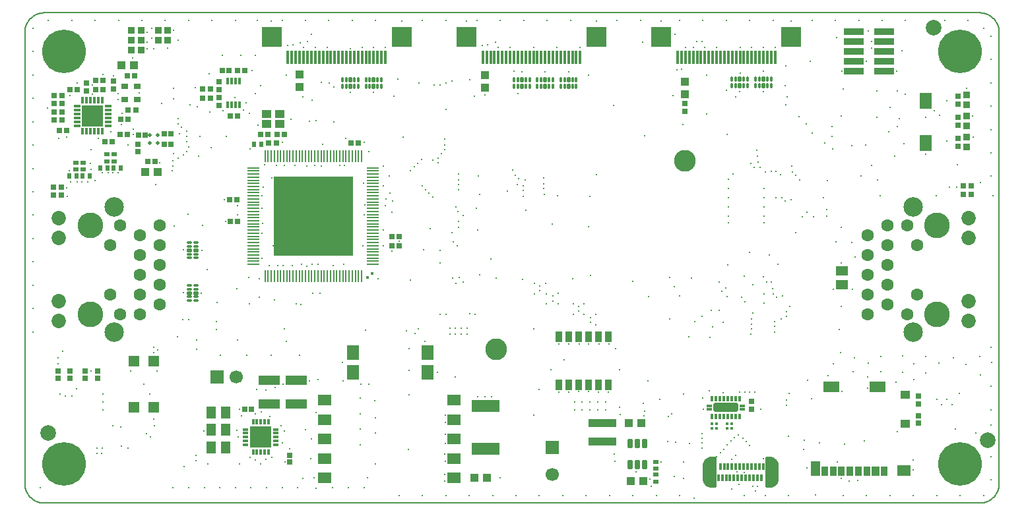
<source format=gts>
G04*
G04 #@! TF.GenerationSoftware,Altium Limited,Altium Designer,21.2.2 (38)*
G04*
G04 Layer_Color=8388736*
%FSLAX44Y44*%
%MOMM*%
G71*
G04*
G04 #@! TF.SameCoordinates,2EB6EAD6-5C33-48E4-AA2B-E0AFE4ABDD4A*
G04*
G04*
G04 #@! TF.FilePolarity,Negative*
G04*
G01*
G75*
%ADD18C,0.1500*%
G04:AMPARAMS|DCode=24|XSize=0.2mm|YSize=1.54mm|CornerRadius=0.1mm|HoleSize=0mm|Usage=FLASHONLY|Rotation=0.000|XOffset=0mm|YOffset=0mm|HoleType=Round|Shape=RoundedRectangle|*
%AMROUNDEDRECTD24*
21,1,0.2000,1.3400,0,0,0.0*
21,1,0.0000,1.5400,0,0,0.0*
1,1,0.2000,0.0000,-0.6700*
1,1,0.2000,0.0000,-0.6700*
1,1,0.2000,0.0000,0.6700*
1,1,0.2000,0.0000,0.6700*
%
%ADD24ROUNDEDRECTD24*%
G04:AMPARAMS|DCode=25|XSize=1.54mm|YSize=0.2mm|CornerRadius=0.1mm|HoleSize=0mm|Usage=FLASHONLY|Rotation=0.000|XOffset=0mm|YOffset=0mm|HoleType=Round|Shape=RoundedRectangle|*
%AMROUNDEDRECTD25*
21,1,1.5400,0.0000,0,0,0.0*
21,1,1.3400,0.2000,0,0,0.0*
1,1,0.2000,0.6700,0.0000*
1,1,0.2000,-0.6700,0.0000*
1,1,0.2000,-0.6700,0.0000*
1,1,0.2000,0.6700,0.0000*
%
%ADD25ROUNDEDRECTD25*%
%ADD26R,1.5400X0.2000*%
%ADD73R,0.7516X0.6516*%
%ADD74R,10.1500X10.1500*%
%ADD75R,0.4016X1.7016*%
%ADD76R,2.5016X2.5016*%
%ADD77R,2.5016X2.5016*%
%ADD78R,3.6616X1.5016*%
%ADD79R,1.6516X1.3716*%
%ADD80R,1.6216X1.8816*%
%ADD81R,1.0216X1.0816*%
%ADD82R,0.9516X0.7516*%
%ADD83R,0.9000X0.4000*%
%ADD84R,0.4000X0.9000*%
%ADD85R,2.8000X2.8000*%
G04:AMPARAMS|DCode=86|XSize=0.39mm|YSize=0.74mm|CornerRadius=0.095mm|HoleSize=0mm|Usage=FLASHONLY|Rotation=0.000|XOffset=0mm|YOffset=0mm|HoleType=Round|Shape=RoundedRectangle|*
%AMROUNDEDRECTD86*
21,1,0.3900,0.5500,0,0,0.0*
21,1,0.2000,0.7400,0,0,0.0*
1,1,0.1900,0.1000,-0.2750*
1,1,0.1900,-0.1000,-0.2750*
1,1,0.1900,-0.1000,0.2750*
1,1,0.1900,0.1000,0.2750*
%
%ADD86ROUNDEDRECTD86*%
G04:AMPARAMS|DCode=87|XSize=0.39mm|YSize=0.74mm|CornerRadius=0.095mm|HoleSize=0mm|Usage=FLASHONLY|Rotation=270.000|XOffset=0mm|YOffset=0mm|HoleType=Round|Shape=RoundedRectangle|*
%AMROUNDEDRECTD87*
21,1,0.3900,0.5500,0,0,270.0*
21,1,0.2000,0.7400,0,0,270.0*
1,1,0.1900,-0.2750,-0.1000*
1,1,0.1900,-0.2750,0.1000*
1,1,0.1900,0.2750,0.1000*
1,1,0.1900,0.2750,-0.1000*
%
%ADD87ROUNDEDRECTD87*%
G04:AMPARAMS|DCode=88|XSize=1.14mm|YSize=3.14mm|CornerRadius=0.12mm|HoleSize=0mm|Usage=FLASHONLY|Rotation=270.000|XOffset=0mm|YOffset=0mm|HoleType=Round|Shape=RoundedRectangle|*
%AMROUNDEDRECTD88*
21,1,1.1400,2.9000,0,0,270.0*
21,1,0.9000,3.1400,0,0,270.0*
1,1,0.2400,-1.4500,-0.4500*
1,1,0.2400,-1.4500,0.4500*
1,1,0.2400,1.4500,0.4500*
1,1,0.2400,1.4500,-0.4500*
%
%ADD88ROUNDEDRECTD88*%
%ADD89R,2.5016X0.8616*%
%ADD90R,0.8516X1.2016*%
%ADD91R,0.9516X1.2016*%
%ADD92R,0.9766X1.2016*%
%ADD93R,1.3016X1.1016*%
%ADD94R,1.2716X1.9016*%
%ADD95R,1.6516X1.4516*%
%ADD96R,2.0016X1.4516*%
%ADD97R,0.8616X1.3516*%
%ADD98R,1.6016X2.1016*%
G04:AMPARAMS|DCode=99|XSize=0.34mm|YSize=0.705mm|CornerRadius=0.12mm|HoleSize=0mm|Usage=FLASHONLY|Rotation=270.000|XOffset=0mm|YOffset=0mm|HoleType=Round|Shape=RoundedRectangle|*
%AMROUNDEDRECTD99*
21,1,0.3400,0.4650,0,0,270.0*
21,1,0.1000,0.7050,0,0,270.0*
1,1,0.2400,-0.2325,-0.0500*
1,1,0.2400,-0.2325,0.0500*
1,1,0.2400,0.2325,0.0500*
1,1,0.2400,0.2325,-0.0500*
%
%ADD99ROUNDEDRECTD99*%
G04:AMPARAMS|DCode=100|XSize=0.54mm|YSize=0.705mm|CornerRadius=0.12mm|HoleSize=0mm|Usage=FLASHONLY|Rotation=270.000|XOffset=0mm|YOffset=0mm|HoleType=Round|Shape=RoundedRectangle|*
%AMROUNDEDRECTD100*
21,1,0.5400,0.4650,0,0,270.0*
21,1,0.3000,0.7050,0,0,270.0*
1,1,0.2400,-0.2325,-0.1500*
1,1,0.2400,-0.2325,0.1500*
1,1,0.2400,0.2325,0.1500*
1,1,0.2400,0.2325,-0.1500*
%
%ADD100ROUNDEDRECTD100*%
%ADD101R,1.1516X1.5016*%
%ADD102R,2.8016X1.2516*%
%ADD103R,2.7016X2.7016*%
%ADD104R,0.8016X0.3516*%
%ADD105R,0.3516X0.8016*%
%ADD106R,0.9016X0.9016*%
%ADD107R,0.4016X0.8516*%
%ADD108R,0.5516X0.6516*%
%ADD109R,1.5516X1.2516*%
%ADD110R,0.7216X0.7216*%
%ADD111R,1.1016X1.0016*%
%ADD112R,0.6516X0.7516*%
%ADD113R,1.3400X1.3400*%
%ADD114R,0.7216X0.7216*%
G04:AMPARAMS|DCode=115|XSize=0.54mm|YSize=0.705mm|CornerRadius=0.12mm|HoleSize=0mm|Usage=FLASHONLY|Rotation=180.000|XOffset=0mm|YOffset=0mm|HoleType=Round|Shape=RoundedRectangle|*
%AMROUNDEDRECTD115*
21,1,0.5400,0.4650,0,0,180.0*
21,1,0.3000,0.7050,0,0,180.0*
1,1,0.2400,-0.1500,0.2325*
1,1,0.2400,0.1500,0.2325*
1,1,0.2400,0.1500,-0.2325*
1,1,0.2400,-0.1500,-0.2325*
%
%ADD115ROUNDEDRECTD115*%
%ADD116R,1.0016X1.1016*%
G04:AMPARAMS|DCode=117|XSize=0.7016mm|YSize=1.1016mm|CornerRadius=0.1018mm|HoleSize=0mm|Usage=FLASHONLY|Rotation=0.000|XOffset=0mm|YOffset=0mm|HoleType=Round|Shape=RoundedRectangle|*
%AMROUNDEDRECTD117*
21,1,0.7016,0.8980,0,0,0.0*
21,1,0.4980,1.1016,0,0,0.0*
1,1,0.2036,0.2490,-0.4490*
1,1,0.2036,-0.2490,-0.4490*
1,1,0.2036,-0.2490,0.4490*
1,1,0.2036,0.2490,0.4490*
%
%ADD117ROUNDEDRECTD117*%
%ADD118R,0.6516X0.5516*%
G04:AMPARAMS|DCode=119|XSize=0.34mm|YSize=0.705mm|CornerRadius=0.12mm|HoleSize=0mm|Usage=FLASHONLY|Rotation=180.000|XOffset=0mm|YOffset=0mm|HoleType=Round|Shape=RoundedRectangle|*
%AMROUNDEDRECTD119*
21,1,0.3400,0.4650,0,0,180.0*
21,1,0.1000,0.7050,0,0,180.0*
1,1,0.2400,-0.0500,0.2325*
1,1,0.2400,0.0500,0.2325*
1,1,0.2400,0.0500,-0.2325*
1,1,0.2400,-0.0500,-0.2325*
%
%ADD119ROUNDEDRECTD119*%
%ADD120R,0.9016X0.9016*%
%ADD121R,0.4216X0.4616*%
%ADD122R,3.5400X1.1200*%
%ADD123C,2.0000*%
%ADD124C,1.7000*%
%ADD125R,1.7000X1.7000*%
%ADD126C,5.6016*%
%ADD127C,2.8000*%
%ADD128O,1.1016X0.8016*%
G04:AMPARAMS|DCode=129|XSize=1.7016mm|YSize=1.0016mm|CornerRadius=0mm|HoleSize=0mm|Usage=FLASHONLY|Rotation=225.000|XOffset=0mm|YOffset=0mm|HoleType=Round|Shape=Round|*
%AMOVALD129*
21,1,0.7000,1.0016,0.0000,0.0000,225.0*
1,1,1.0016,0.2475,0.2475*
1,1,1.0016,-0.2475,-0.2475*
%
%ADD129OVALD129*%

G04:AMPARAMS|DCode=130|XSize=1.7016mm|YSize=1.0016mm|CornerRadius=0mm|HoleSize=0mm|Usage=FLASHONLY|Rotation=135.000|XOffset=0mm|YOffset=0mm|HoleType=Round|Shape=Round|*
%AMOVALD130*
21,1,0.7000,1.0016,0.0000,0.0000,135.0*
1,1,1.0016,0.2475,-0.2475*
1,1,1.0016,-0.2475,0.2475*
%
%ADD130OVALD130*%

%ADD131R,1.7000X1.7000*%
%ADD132C,3.3016*%
%ADD133C,1.8516*%
%ADD134C,1.6016*%
%ADD135C,2.5016*%
%ADD136C,0.3080*%
%ADD137C,0.5080*%
%ADD138C,0.4000*%
G36*
X880174Y20020D02*
X879600Y20065D01*
X879029Y20140D01*
X878463Y20245D01*
X877903Y20380D01*
X877351Y20543D01*
X876808Y20735D01*
X876276Y20956D01*
X875756Y21204D01*
X875250Y21479D01*
X874759Y21779D01*
X874284Y22106D01*
X873827Y22456D01*
X873390Y22830D01*
X872972Y23227D01*
X872575Y23644D01*
X872201Y24082D01*
X871851Y24539D01*
X871525Y25014D01*
X871224Y25505D01*
X870949Y26011D01*
X870701Y26531D01*
X870481Y27063D01*
X870288Y27606D01*
X870125Y28158D01*
X869990Y28718D01*
X869885Y29284D01*
X869810Y29855D01*
X869765Y30429D01*
X869750Y31005D01*
Y48505D01*
X869765Y49081D01*
X869810Y49655D01*
X869885Y50226D01*
X869990Y50792D01*
X870125Y51352D01*
X870288Y51904D01*
X870481Y52447D01*
X870701Y52979D01*
X870949Y53499D01*
X871224Y54005D01*
X871525Y54496D01*
X871851Y54970D01*
X872201Y55427D01*
X872575Y55865D01*
X872972Y56283D01*
X873390Y56680D01*
X873827Y57053D01*
X874284Y57404D01*
X874759Y57730D01*
X875250Y58031D01*
X875756Y58306D01*
X876276Y58554D01*
X876808Y58774D01*
X877351Y58966D01*
X877903Y59130D01*
X878463Y59264D01*
X879029Y59370D01*
X879600Y59445D01*
X880174Y59490D01*
X880750Y59505D01*
X885250D01*
X885355Y59502D01*
X885459Y59494D01*
X885563Y59480D01*
X885666Y59461D01*
X885768Y59437D01*
X885868Y59407D01*
X885967Y59372D01*
X886063Y59332D01*
X886158Y59287D01*
X886250Y59237D01*
X886339Y59182D01*
X886425Y59123D01*
X886509Y59059D01*
X886588Y58991D01*
X886664Y58919D01*
X886736Y58843D01*
X886804Y58763D01*
X886868Y58681D01*
X886927Y58594D01*
X886982Y58505D01*
X887032Y58413D01*
X887077Y58318D01*
X887117Y58222D01*
X887152Y58123D01*
X887182Y58022D01*
X887206Y57921D01*
X887225Y57818D01*
X887239Y57714D01*
X887247Y57610D01*
X887250Y57505D01*
Y22005D01*
X887247Y21900D01*
X887239Y21796D01*
X887225Y21692D01*
X887206Y21589D01*
X887182Y21487D01*
X887152Y21387D01*
X887117Y21288D01*
X887077Y21191D01*
X887032Y21097D01*
X886982Y21005D01*
X886927Y20916D01*
X886868Y20829D01*
X886804Y20746D01*
X886736Y20667D01*
X886664Y20591D01*
X886588Y20519D01*
X886509Y20451D01*
X886425Y20387D01*
X886339Y20327D01*
X886250Y20273D01*
X886158Y20223D01*
X886063Y20178D01*
X885967Y20138D01*
X885868Y20103D01*
X885768Y20073D01*
X885666Y20049D01*
X885563Y20029D01*
X885459Y20016D01*
X885355Y20008D01*
X885250Y20005D01*
X880750D01*
X880174Y20020D01*
D02*
G37*
G36*
X951645Y20008D02*
X951541Y20016D01*
X951437Y20029D01*
X951334Y20049D01*
X951232Y20073D01*
X951132Y20103D01*
X951033Y20138D01*
X950937Y20178D01*
X950842Y20223D01*
X950750Y20273D01*
X950661Y20327D01*
X950574Y20387D01*
X950491Y20451D01*
X950412Y20519D01*
X950336Y20591D01*
X950264Y20667D01*
X950196Y20746D01*
X950132Y20829D01*
X950073Y20916D01*
X950018Y21005D01*
X949968Y21097D01*
X949923Y21191D01*
X949883Y21288D01*
X949848Y21387D01*
X949818Y21487D01*
X949794Y21589D01*
X949775Y21692D01*
X949761Y21796D01*
X949753Y21900D01*
X949750Y22005D01*
Y57505D01*
X949753Y57610D01*
X949761Y57714D01*
X949775Y57818D01*
X949794Y57921D01*
X949818Y58022D01*
X949848Y58123D01*
X949883Y58222D01*
X949923Y58318D01*
X949968Y58413D01*
X950018Y58505D01*
X950073Y58594D01*
X950132Y58681D01*
X950196Y58763D01*
X950264Y58843D01*
X950336Y58919D01*
X950412Y58991D01*
X950491Y59059D01*
X950574Y59123D01*
X950661Y59182D01*
X950750Y59237D01*
X950842Y59287D01*
X950937Y59332D01*
X951033Y59372D01*
X951132Y59407D01*
X951232Y59437D01*
X951334Y59461D01*
X951437Y59480D01*
X951541Y59494D01*
X951645Y59502D01*
X951750Y59505D01*
X956250D01*
X956826Y59490D01*
X957400Y59445D01*
X957971Y59370D01*
X958537Y59264D01*
X959097Y59130D01*
X959649Y58966D01*
X960192Y58774D01*
X960724Y58554D01*
X961244Y58306D01*
X961750Y58031D01*
X962241Y57730D01*
X962716Y57404D01*
X963173Y57053D01*
X963610Y56680D01*
X964028Y56283D01*
X964425Y55865D01*
X964799Y55427D01*
X965149Y54970D01*
X965475Y54496D01*
X965776Y54005D01*
X966051Y53499D01*
X966299Y52979D01*
X966519Y52447D01*
X966712Y51904D01*
X966875Y51352D01*
X967010Y50792D01*
X967115Y50226D01*
X967190Y49655D01*
X967235Y49081D01*
X967250Y48505D01*
Y31005D01*
X967235Y30429D01*
X967190Y29855D01*
X967115Y29284D01*
X967010Y28718D01*
X966875Y28158D01*
X966712Y27606D01*
X966519Y27063D01*
X966299Y26531D01*
X966051Y26011D01*
X965776Y25505D01*
X965475Y25014D01*
X965149Y24539D01*
X964799Y24082D01*
X964425Y23644D01*
X964028Y23227D01*
X963610Y22830D01*
X963173Y22456D01*
X962716Y22106D01*
X962241Y21779D01*
X961750Y21479D01*
X961244Y21204D01*
X960724Y20956D01*
X960192Y20735D01*
X959649Y20543D01*
X959097Y20380D01*
X958537Y20245D01*
X957971Y20140D01*
X957400Y20065D01*
X956826Y20020D01*
X956250Y20005D01*
X951750D01*
X951645Y20008D01*
D02*
G37*
D18*
X1250000Y605000D02*
X1249863Y607613D01*
X1249454Y610198D01*
X1248776Y612725D01*
X1247839Y615168D01*
X1246651Y617500D01*
X1245225Y619695D01*
X1243579Y621728D01*
X1241728Y623578D01*
X1239695Y625225D01*
X1237500Y626651D01*
X1235168Y627839D01*
X1232725Y628776D01*
X1230198Y629454D01*
X1227613Y629863D01*
X1225000Y630000D01*
Y-0D02*
X1227613Y137D01*
X1230198Y546D01*
X1232725Y1223D01*
X1235168Y2161D01*
X1237500Y3349D01*
X1239695Y4775D01*
X1241728Y6421D01*
X1243579Y8272D01*
X1245225Y10305D01*
X1246651Y12500D01*
X1247839Y14832D01*
X1248776Y17275D01*
X1249454Y19802D01*
X1249863Y22387D01*
X1250000Y25000D01*
X25000Y629950D02*
X22387Y629813D01*
X19802Y629403D01*
X17275Y628726D01*
X14832Y627788D01*
X12500Y626600D01*
X10306Y625175D01*
X8272Y623528D01*
X6421Y621678D01*
X4775Y619644D01*
X3350Y617450D01*
X2162Y615118D01*
X1224Y612675D01*
X547Y610147D01*
X137Y607563D01*
X0Y604950D01*
X0Y25000D02*
X137Y22387D01*
X546Y19802D01*
X1224Y17275D01*
X2161Y14832D01*
X3349Y12500D01*
X4775Y10305D01*
X6421Y8272D01*
X8272Y6421D01*
X10305Y4775D01*
X12500Y3349D01*
X14832Y2161D01*
X17275Y1224D01*
X19802Y546D01*
X22387Y137D01*
X25000Y0D01*
X1250000Y605440D02*
X1250000Y25000D01*
X25000Y630000D02*
X1225000Y630000D01*
X25000Y-0D02*
X1225000Y-0D01*
X-0Y25000D02*
X0Y604950D01*
D24*
X307981Y445524D02*
D03*
X311981D02*
D03*
X315981D02*
D03*
X319981D02*
D03*
X323981D02*
D03*
X327981D02*
D03*
X331981D02*
D03*
X335981D02*
D03*
X339981D02*
D03*
X343981D02*
D03*
X347981D02*
D03*
X351981D02*
D03*
X355981D02*
D03*
X359981D02*
D03*
X363981D02*
D03*
X367981D02*
D03*
X371981D02*
D03*
X375981D02*
D03*
X379981D02*
D03*
X383981D02*
D03*
X387981D02*
D03*
X391981D02*
D03*
X395981D02*
D03*
X399981D02*
D03*
X403981D02*
D03*
X407981D02*
D03*
X411981D02*
D03*
X415981D02*
D03*
X419981D02*
D03*
X423981D02*
D03*
X427981D02*
D03*
X431981D02*
D03*
Y292015D02*
D03*
X427981D02*
D03*
X423981D02*
D03*
X419981D02*
D03*
X415981D02*
D03*
X411981D02*
D03*
X407981D02*
D03*
X403981D02*
D03*
X399981D02*
D03*
X395981D02*
D03*
X391981D02*
D03*
X387981D02*
D03*
X383981D02*
D03*
X379981D02*
D03*
X375981D02*
D03*
X371981D02*
D03*
X367981D02*
D03*
X363981D02*
D03*
X359981D02*
D03*
X355981D02*
D03*
X351981D02*
D03*
X347981D02*
D03*
X343981D02*
D03*
X339981D02*
D03*
X335981D02*
D03*
X331981D02*
D03*
X327981D02*
D03*
X323981D02*
D03*
X319981D02*
D03*
X315981D02*
D03*
X311981D02*
D03*
X307981D02*
D03*
D25*
X446735Y430769D02*
D03*
Y426769D02*
D03*
Y422769D02*
D03*
Y418769D02*
D03*
Y414769D02*
D03*
Y410769D02*
D03*
Y406769D02*
D03*
Y402769D02*
D03*
Y398769D02*
D03*
Y394769D02*
D03*
Y390769D02*
D03*
Y386769D02*
D03*
Y382769D02*
D03*
Y378769D02*
D03*
Y374769D02*
D03*
Y370769D02*
D03*
Y366769D02*
D03*
Y362769D02*
D03*
Y358769D02*
D03*
Y354769D02*
D03*
Y350769D02*
D03*
Y346769D02*
D03*
Y342769D02*
D03*
Y338769D02*
D03*
Y334769D02*
D03*
Y330769D02*
D03*
Y326769D02*
D03*
Y322769D02*
D03*
Y318769D02*
D03*
Y314769D02*
D03*
Y310769D02*
D03*
Y306769D02*
D03*
X293226D02*
D03*
Y310769D02*
D03*
Y314769D02*
D03*
Y318769D02*
D03*
Y322769D02*
D03*
Y326769D02*
D03*
Y330769D02*
D03*
Y334769D02*
D03*
Y338769D02*
D03*
Y342769D02*
D03*
Y346769D02*
D03*
Y350769D02*
D03*
Y354769D02*
D03*
Y358769D02*
D03*
Y362769D02*
D03*
Y366769D02*
D03*
Y370769D02*
D03*
Y374769D02*
D03*
Y378769D02*
D03*
Y382769D02*
D03*
Y386769D02*
D03*
Y390769D02*
D03*
Y394769D02*
D03*
Y398769D02*
D03*
Y402769D02*
D03*
Y406769D02*
D03*
Y410769D02*
D03*
Y414769D02*
D03*
Y418769D02*
D03*
Y422769D02*
D03*
Y426769D02*
D03*
D26*
Y430769D02*
D03*
D73*
X1146757Y127500D02*
D03*
Y137500D02*
D03*
X1146757Y112500D02*
D03*
Y102500D02*
D03*
X932500Y121000D02*
D03*
X248716Y541501D02*
D03*
Y531501D02*
D03*
X248752Y511330D02*
D03*
Y521330D02*
D03*
X78500Y539500D02*
D03*
Y529500D02*
D03*
X113795Y532500D02*
D03*
Y542500D02*
D03*
X846750Y503198D02*
D03*
Y513198D02*
D03*
X1197250Y485685D02*
D03*
Y495685D02*
D03*
Y458810D02*
D03*
Y468810D02*
D03*
Y512560D02*
D03*
Y522560D02*
D03*
X932500Y131000D02*
D03*
D74*
X369981Y368769D02*
D03*
D75*
X367500Y572750D02*
D03*
X377500D02*
D03*
X382500D02*
D03*
X392500D02*
D03*
X397500D02*
D03*
X407500D02*
D03*
X412500D02*
D03*
X422500D02*
D03*
X427500D02*
D03*
X437500D02*
D03*
X442500D02*
D03*
X452500D02*
D03*
X457500D02*
D03*
X402500D02*
D03*
X347500D02*
D03*
X352500D02*
D03*
X362500D02*
D03*
X337500D02*
D03*
X342500D02*
D03*
X387500D02*
D03*
X357500D02*
D03*
X372500D02*
D03*
X417500D02*
D03*
X432500D02*
D03*
X462500D02*
D03*
X447500D02*
D03*
X962500D02*
D03*
X947500D02*
D03*
X932500D02*
D03*
X917500D02*
D03*
X887500D02*
D03*
X872500D02*
D03*
X712500Y572750D02*
D03*
X857500Y572750D02*
D03*
X667500Y572750D02*
D03*
X652500D02*
D03*
X682500D02*
D03*
X697500D02*
D03*
X607500D02*
D03*
X637500D02*
D03*
X622500D02*
D03*
X592500D02*
D03*
X587500D02*
D03*
X612500D02*
D03*
X602500D02*
D03*
X597500D02*
D03*
X707500D02*
D03*
X702500D02*
D03*
X692500D02*
D03*
X687500D02*
D03*
X677500D02*
D03*
X672500D02*
D03*
X662500D02*
D03*
X657500D02*
D03*
X647500D02*
D03*
X642500D02*
D03*
X632500D02*
D03*
X627500D02*
D03*
X617500D02*
D03*
X842500Y572750D02*
D03*
X837500D02*
D03*
X862500D02*
D03*
X852500D02*
D03*
X847500D02*
D03*
X902500D02*
D03*
X957500D02*
D03*
X952500D02*
D03*
X942500D02*
D03*
X937500D02*
D03*
X927500D02*
D03*
X922500D02*
D03*
X912500D02*
D03*
X907500D02*
D03*
X897500D02*
D03*
X892500D02*
D03*
X882500D02*
D03*
X877500D02*
D03*
X867500D02*
D03*
D76*
X316500Y599250D02*
D03*
X816500D02*
D03*
X566500Y599250D02*
D03*
D77*
X483500Y599250D02*
D03*
X983500D02*
D03*
X733500Y599250D02*
D03*
D78*
X590750Y70200D02*
D03*
Y124800D02*
D03*
D79*
X550230Y82250D02*
D03*
Y107250D02*
D03*
Y132250D02*
D03*
X384730Y32250D02*
D03*
Y57250D02*
D03*
Y82250D02*
D03*
Y107250D02*
D03*
Y132250D02*
D03*
X550230Y32250D02*
D03*
Y57250D02*
D03*
D80*
X516350Y168300D02*
D03*
Y193700D02*
D03*
X421150Y168300D02*
D03*
Y193700D02*
D03*
D81*
X139965Y562478D02*
D03*
X124165D02*
D03*
D82*
X128331Y535248D02*
D03*
X143831Y518748D02*
D03*
Y535248D02*
D03*
X128331Y518748D02*
D03*
D83*
X106670Y505000D02*
D03*
Y500000D02*
D03*
Y495000D02*
D03*
Y490000D02*
D03*
Y485000D02*
D03*
X66670D02*
D03*
Y490000D02*
D03*
Y495000D02*
D03*
Y500000D02*
D03*
Y505000D02*
D03*
Y510000D02*
D03*
X106670D02*
D03*
D84*
X99170Y477500D02*
D03*
X94170D02*
D03*
X89170D02*
D03*
X84170D02*
D03*
X79170D02*
D03*
X74170D02*
D03*
Y517500D02*
D03*
X79170D02*
D03*
X94170D02*
D03*
X99170D02*
D03*
X84170D02*
D03*
X89170D02*
D03*
X265000Y511500D02*
D03*
X275000Y542500D02*
D03*
X270000D02*
D03*
X265000D02*
D03*
X260000D02*
D03*
X275000Y511500D02*
D03*
X270000D02*
D03*
X260000D02*
D03*
D85*
X86670Y497500D02*
D03*
D86*
X911750Y111250D02*
D03*
X916750D02*
D03*
X891750D02*
D03*
X896750D02*
D03*
X901750D02*
D03*
X906750D02*
D03*
X881750D02*
D03*
X886750D02*
D03*
X881750Y134250D02*
D03*
X896750D02*
D03*
X916750D02*
D03*
X891750D02*
D03*
X886750D02*
D03*
X911750D02*
D03*
X906750D02*
D03*
X901750D02*
D03*
D87*
X920750Y125250D02*
D03*
X877750D02*
D03*
Y120250D02*
D03*
X920750D02*
D03*
D88*
X899250Y122750D02*
D03*
D89*
X1063750Y605400D02*
D03*
Y592700D02*
D03*
Y580000D02*
D03*
Y567300D02*
D03*
X1102750Y605400D02*
D03*
Y592700D02*
D03*
Y580000D02*
D03*
Y567300D02*
D03*
X1063750Y554600D02*
D03*
X1102750D02*
D03*
D90*
X1026375Y40875D02*
D03*
D91*
X1036875D02*
D03*
X1058875D02*
D03*
X1069875D02*
D03*
X1080875D02*
D03*
X1102875D02*
D03*
X1047875D02*
D03*
D92*
X1091875D02*
D03*
D93*
X1129225Y102375D02*
D03*
Y139375D02*
D03*
X309873Y486802D02*
D03*
X326873Y499802D02*
D03*
Y486802D02*
D03*
X309873Y499802D02*
D03*
D94*
X1014275Y44375D02*
D03*
D95*
X1127475Y42125D02*
D03*
D96*
X1034525Y149125D02*
D03*
X1094225D02*
D03*
D97*
X685350Y152250D02*
D03*
X698050D02*
D03*
X710750D02*
D03*
X723450D02*
D03*
X736150D02*
D03*
X748850D02*
D03*
X685350Y213750D02*
D03*
X698050D02*
D03*
X710750D02*
D03*
X723450D02*
D03*
X736150D02*
D03*
X748850D02*
D03*
D98*
X1155750Y516750D02*
D03*
Y462750D02*
D03*
D99*
X219175Y280000D02*
D03*
Y275000D02*
D03*
Y265000D02*
D03*
Y260000D02*
D03*
X210825D02*
D03*
Y265000D02*
D03*
Y275000D02*
D03*
Y280000D02*
D03*
Y335000D02*
D03*
Y330000D02*
D03*
Y320000D02*
D03*
Y315000D02*
D03*
X219175D02*
D03*
Y320000D02*
D03*
Y330000D02*
D03*
Y335000D02*
D03*
D100*
X210825Y270000D02*
D03*
X219175D02*
D03*
Y325000D02*
D03*
X210825D02*
D03*
D101*
X257894Y71092D02*
D03*
X238894D02*
D03*
Y116092D02*
D03*
X257894D02*
D03*
X238894Y94092D02*
D03*
X257894D02*
D03*
D102*
X348230Y157750D02*
D03*
Y127750D02*
D03*
X313480D02*
D03*
Y157750D02*
D03*
D103*
X302730Y84750D02*
D03*
D104*
X322230Y94750D02*
D03*
Y89750D02*
D03*
Y84750D02*
D03*
Y79750D02*
D03*
Y74750D02*
D03*
X283230D02*
D03*
Y79750D02*
D03*
Y84750D02*
D03*
Y89750D02*
D03*
Y94750D02*
D03*
D105*
X312730Y65250D02*
D03*
X307730D02*
D03*
X302730D02*
D03*
X297730D02*
D03*
X292730D02*
D03*
Y104250D02*
D03*
X297730D02*
D03*
X302730D02*
D03*
X307730D02*
D03*
X312730D02*
D03*
D106*
X148750Y594625D02*
D03*
X136250D02*
D03*
X170750Y594375D02*
D03*
X183250D02*
D03*
X136250Y581750D02*
D03*
X148750D02*
D03*
X136250Y607500D02*
D03*
X148750D02*
D03*
X183250Y607250D02*
D03*
X170750D02*
D03*
D107*
X942250Y47305D02*
D03*
X937250D02*
D03*
X932250D02*
D03*
X927250D02*
D03*
X922250D02*
D03*
X917250D02*
D03*
X912250D02*
D03*
X907250D02*
D03*
X902250D02*
D03*
X897250D02*
D03*
X894750Y32205D02*
D03*
X899750D02*
D03*
X904750D02*
D03*
X909750D02*
D03*
X914750D02*
D03*
X919750D02*
D03*
X924750D02*
D03*
X929750D02*
D03*
X934750D02*
D03*
X939750D02*
D03*
X889750D02*
D03*
X892250Y47305D02*
D03*
X944750Y32205D02*
D03*
X947250Y47305D02*
D03*
D108*
X302896Y461269D02*
D03*
X293896D02*
D03*
X96750Y430750D02*
D03*
X122750D02*
D03*
X82914Y420082D02*
D03*
X56914D02*
D03*
X73914D02*
D03*
X65914D02*
D03*
X105750Y430750D02*
D03*
X113750D02*
D03*
D109*
X1048000Y298290D02*
D03*
Y280290D02*
D03*
D110*
X311488Y473516D02*
D03*
X302488D02*
D03*
X479896Y330261D02*
D03*
X470896D02*
D03*
X470981Y342767D02*
D03*
X479981D02*
D03*
X253056Y556065D02*
D03*
X263342Y497500D02*
D03*
X131278Y548984D02*
D03*
X90930Y543281D02*
D03*
X90891Y531188D02*
D03*
X58000Y531000D02*
D03*
X132002Y493456D02*
D03*
X44250Y478750D02*
D03*
X418672Y463046D02*
D03*
X332807Y473532D02*
D03*
X178391Y474481D02*
D03*
X178391Y461212D02*
D03*
X158008Y438742D02*
D03*
X154385Y473062D02*
D03*
X111586Y464535D02*
D03*
X263839Y361723D02*
D03*
X263000Y390000D02*
D03*
X145385Y473062D02*
D03*
X187391Y474481D02*
D03*
X187391Y461212D02*
D03*
X262056Y556065D02*
D03*
X99891Y531188D02*
D03*
X102586Y464535D02*
D03*
X140278Y548984D02*
D03*
X67000Y531000D02*
D03*
X272342Y497500D02*
D03*
X99930Y543281D02*
D03*
X123002Y493456D02*
D03*
X53250Y478750D02*
D03*
X167008Y438742D02*
D03*
X290735Y120406D02*
D03*
X281735D02*
D03*
X323807Y473532D02*
D03*
X272839Y361723D02*
D03*
X272000Y390000D02*
D03*
X427672Y463046D02*
D03*
D111*
X846750Y541000D02*
D03*
Y525000D02*
D03*
X590066Y549693D02*
D03*
Y533693D02*
D03*
X352500Y550500D02*
D03*
Y534500D02*
D03*
D112*
X1214500Y408000D02*
D03*
X1204500D02*
D03*
X37250Y513083D02*
D03*
Y502667D02*
D03*
X141948Y505014D02*
D03*
X131948D02*
D03*
X37250Y523500D02*
D03*
X47250D02*
D03*
X47250Y513083D02*
D03*
X227750Y531750D02*
D03*
X237750D02*
D03*
X282439Y556065D02*
D03*
X272439D02*
D03*
X227750Y520500D02*
D03*
X237750D02*
D03*
X131743Y474062D02*
D03*
X121743D02*
D03*
X37250Y492250D02*
D03*
X47250D02*
D03*
X47250Y502667D02*
D03*
X36363Y406038D02*
D03*
X46363D02*
D03*
X36363Y395538D02*
D03*
X46363D02*
D03*
X1204500Y397000D02*
D03*
X1214500D02*
D03*
X312750Y462600D02*
D03*
X322750D02*
D03*
D113*
X165000Y123000D02*
D03*
X140000D02*
D03*
Y182000D02*
D03*
X165000D02*
D03*
D114*
X77500Y169500D02*
D03*
Y160500D02*
D03*
X92900D02*
D03*
Y169500D02*
D03*
X42100D02*
D03*
Y160500D02*
D03*
X57500D02*
D03*
Y169500D02*
D03*
X144957Y451693D02*
D03*
Y460694D02*
D03*
X339750Y52584D02*
D03*
Y61584D02*
D03*
D115*
X947500Y544750D02*
D03*
Y536400D02*
D03*
X917250Y544675D02*
D03*
Y536325D02*
D03*
X697500Y544175D02*
D03*
Y535825D02*
D03*
X667500D02*
D03*
Y544175D02*
D03*
X637500D02*
D03*
Y535825D02*
D03*
X447500Y543750D02*
D03*
Y535400D02*
D03*
X417500Y543693D02*
D03*
Y535343D02*
D03*
D116*
X790500Y103250D02*
D03*
X793500Y28500D02*
D03*
X576750Y32250D02*
D03*
X154000Y425250D02*
D03*
X170000D02*
D03*
X592750Y32250D02*
D03*
X777500Y28500D02*
D03*
X774500Y103250D02*
D03*
D117*
X785750Y76750D02*
D03*
X795250Y49250D02*
D03*
X785750D02*
D03*
X776250D02*
D03*
Y76750D02*
D03*
X795250D02*
D03*
D118*
X809140Y53005D02*
D03*
X74414Y428582D02*
D03*
Y437582D02*
D03*
X65414Y428582D02*
D03*
Y437582D02*
D03*
X105250Y439250D02*
D03*
Y448250D02*
D03*
X114250Y439250D02*
D03*
Y448250D02*
D03*
X809140Y27634D02*
D03*
Y36634D02*
D03*
Y44005D02*
D03*
D119*
X427500Y543693D02*
D03*
X422500D02*
D03*
X412500D02*
D03*
X407500D02*
D03*
Y535343D02*
D03*
X412500D02*
D03*
X422500D02*
D03*
X427500D02*
D03*
X707500Y535825D02*
D03*
X702500D02*
D03*
X692500D02*
D03*
X687500D02*
D03*
Y544175D02*
D03*
X692500D02*
D03*
X702500D02*
D03*
X707500D02*
D03*
X957500Y536400D02*
D03*
X952500D02*
D03*
X942500D02*
D03*
X937500D02*
D03*
Y544750D02*
D03*
X942500D02*
D03*
X952500D02*
D03*
X957500D02*
D03*
X677500Y535825D02*
D03*
X672500D02*
D03*
X662500D02*
D03*
X657500D02*
D03*
Y544175D02*
D03*
X662500D02*
D03*
X672500D02*
D03*
X677500D02*
D03*
X927250Y536325D02*
D03*
X922250D02*
D03*
X912250D02*
D03*
X907250D02*
D03*
Y544675D02*
D03*
X912250D02*
D03*
X922250D02*
D03*
X927250D02*
D03*
X647500Y535825D02*
D03*
X642500D02*
D03*
X632500D02*
D03*
X627500D02*
D03*
Y544175D02*
D03*
X632500D02*
D03*
X642500D02*
D03*
X647500D02*
D03*
X457500Y535400D02*
D03*
X452500D02*
D03*
X442500D02*
D03*
X437500D02*
D03*
Y543750D02*
D03*
X442500D02*
D03*
X452500D02*
D03*
X457500D02*
D03*
D120*
X1208500Y470190D02*
D03*
Y457690D02*
D03*
Y497250D02*
D03*
Y484750D02*
D03*
Y524310D02*
D03*
Y511810D02*
D03*
D121*
X887250Y102050D02*
D03*
Y96450D02*
D03*
X881250Y102050D02*
D03*
Y96450D02*
D03*
X901250Y102050D02*
D03*
Y96450D02*
D03*
X907250Y102050D02*
D03*
Y96450D02*
D03*
D122*
X740750Y79150D02*
D03*
Y102850D02*
D03*
D123*
X30000Y90000D02*
D03*
X1166250Y611000D02*
D03*
X1235000Y81000D02*
D03*
D124*
X271230Y162250D02*
D03*
X677000Y36500D02*
D03*
D125*
X246230Y162250D02*
D03*
D126*
X50000Y580000D02*
D03*
X1200000D02*
D03*
Y50000D02*
D03*
X50000D02*
D03*
D127*
X604500Y197500D02*
D03*
X846500Y439500D02*
D03*
D128*
X880750Y39755D02*
D03*
X956250D02*
D03*
D129*
X878550Y50755D02*
D03*
X958450Y28755D02*
D03*
D130*
X878550D02*
D03*
X958450Y50755D02*
D03*
D131*
X677000Y71500D02*
D03*
D132*
X1170000Y242850D02*
D03*
Y357150D02*
D03*
X83593D02*
D03*
Y242850D02*
D03*
D133*
X1210600Y233700D02*
D03*
Y259100D02*
D03*
Y340900D02*
D03*
Y366300D02*
D03*
X42993D02*
D03*
Y340900D02*
D03*
Y259100D02*
D03*
Y233700D02*
D03*
D134*
X1131700Y242850D02*
D03*
X1144400Y268250D02*
D03*
Y331750D02*
D03*
X1131700Y357150D02*
D03*
X1081100Y242850D02*
D03*
Y268250D02*
D03*
Y293650D02*
D03*
Y319050D02*
D03*
Y344450D02*
D03*
X1106500Y357150D02*
D03*
Y331750D02*
D03*
Y306350D02*
D03*
Y280950D02*
D03*
Y255550D02*
D03*
X121892Y357150D02*
D03*
X109192Y331750D02*
D03*
Y268250D02*
D03*
X121892Y242850D02*
D03*
X172493Y357150D02*
D03*
Y331750D02*
D03*
Y306350D02*
D03*
Y280950D02*
D03*
Y255550D02*
D03*
X147093Y242850D02*
D03*
Y268250D02*
D03*
Y293650D02*
D03*
Y319050D02*
D03*
Y344450D02*
D03*
D135*
X1139500Y219355D02*
D03*
Y380645D02*
D03*
X114093D02*
D03*
Y219355D02*
D03*
D136*
X86867Y537237D02*
D03*
X833196Y278078D02*
D03*
X890799Y283981D02*
D03*
X854846Y289332D02*
D03*
X1042191Y53208D02*
D03*
X880738Y247537D02*
D03*
X895500Y232500D02*
D03*
X827358Y290142D02*
D03*
X882500Y226250D02*
D03*
X1048651Y143605D02*
D03*
X1080915Y147556D02*
D03*
X1141000Y159000D02*
D03*
X1139711Y42788D02*
D03*
X1003750Y44844D02*
D03*
X1047668Y32122D02*
D03*
X1068457Y29584D02*
D03*
X947968Y290544D02*
D03*
X955475Y318587D02*
D03*
X929662Y321814D02*
D03*
X99436Y424443D02*
D03*
X58770Y412433D02*
D03*
X80733Y412297D02*
D03*
X660500Y272612D02*
D03*
X1226000Y165000D02*
D03*
X1225000Y188000D02*
D03*
X1207251Y178045D02*
D03*
X1191000Y187000D02*
D03*
X1172900Y179568D02*
D03*
X1156000Y188000D02*
D03*
Y167000D02*
D03*
X1140934Y179066D02*
D03*
X1126000Y189000D02*
D03*
Y168000D02*
D03*
X1098000Y169000D02*
D03*
Y188000D02*
D03*
X1082000Y180000D02*
D03*
X1081657Y162260D02*
D03*
X1063000Y169000D02*
D03*
X1064000Y187000D02*
D03*
X324675Y305610D02*
D03*
X360164Y94121D02*
D03*
X1072563Y420631D02*
D03*
X219105Y54771D02*
D03*
Y61358D02*
D03*
X233895Y299786D02*
D03*
X1208372Y532681D02*
D03*
X229489Y92788D02*
D03*
X511714Y325748D02*
D03*
X288745Y455104D02*
D03*
X470952Y373982D02*
D03*
X748814Y142675D02*
D03*
X538585Y27915D02*
D03*
X538539Y37035D02*
D03*
X538991Y62730D02*
D03*
X287670Y255742D02*
D03*
X375803Y306724D02*
D03*
X435395Y463911D02*
D03*
X411686Y468947D02*
D03*
X122855Y98175D02*
D03*
X112522Y99602D02*
D03*
X123943Y73294D02*
D03*
X132304Y70711D02*
D03*
X190000Y20000D02*
D03*
X210000D02*
D03*
X204000Y47000D02*
D03*
X277810Y112293D02*
D03*
X356774Y32008D02*
D03*
X373200Y491253D02*
D03*
X403782Y434082D02*
D03*
X410221Y433623D02*
D03*
X295278Y114331D02*
D03*
X275130Y120798D02*
D03*
X328480Y99142D02*
D03*
X376391Y158979D02*
D03*
X308881Y145539D02*
D03*
X297480Y145665D02*
D03*
X275000Y50000D02*
D03*
X235000D02*
D03*
X230000Y20000D02*
D03*
X250000D02*
D03*
X270000D02*
D03*
X290000D02*
D03*
X310000D02*
D03*
X330000D02*
D03*
X350000D02*
D03*
X373480Y19317D02*
D03*
X395000Y20000D02*
D03*
X415000D02*
D03*
X450000Y50000D02*
D03*
X435000Y20000D02*
D03*
X430000Y95000D02*
D03*
Y75000D02*
D03*
X450000Y90000D02*
D03*
Y110000D02*
D03*
X430000Y115000D02*
D03*
X448500Y131750D02*
D03*
X430000Y135000D02*
D03*
X189250Y426759D02*
D03*
X503712Y436212D02*
D03*
X963353Y426561D02*
D03*
X957384D02*
D03*
X833768Y602011D02*
D03*
X723000Y549750D02*
D03*
X874750Y550250D02*
D03*
X571183Y543836D02*
D03*
X975250Y536000D02*
D03*
X1008000Y567500D02*
D03*
X1003000Y487500D02*
D03*
X1035500Y484000D02*
D03*
X1086178Y433691D02*
D03*
X1065500Y315847D02*
D03*
X1119000Y92000D02*
D03*
X979773Y85784D02*
D03*
X763000Y122750D02*
D03*
X756750Y53500D02*
D03*
X165500Y583750D02*
D03*
X211429Y511373D02*
D03*
X224750Y471000D02*
D03*
X222398Y445642D02*
D03*
X288000Y500750D02*
D03*
X335750Y549500D02*
D03*
X380244Y540682D02*
D03*
X478091Y544484D02*
D03*
X581961Y420085D02*
D03*
X1093750Y415000D02*
D03*
X1155750Y495750D02*
D03*
X1129250Y525250D02*
D03*
X1041250Y598250D02*
D03*
X908600Y422898D02*
D03*
X976101Y511935D02*
D03*
X1078750Y459750D02*
D03*
X1060750Y459500D02*
D03*
X923000Y291500D02*
D03*
X966500Y307000D02*
D03*
X1139750Y55817D02*
D03*
X1004258Y157777D02*
D03*
X1077000Y80000D02*
D03*
X1051500Y76000D02*
D03*
X852981Y76847D02*
D03*
X675000Y171000D02*
D03*
X757500Y198250D02*
D03*
X799000Y156750D02*
D03*
X491750Y69250D02*
D03*
X492761Y139469D02*
D03*
X512966Y207692D02*
D03*
X237000Y502500D02*
D03*
X239027Y456493D02*
D03*
X209000Y371500D02*
D03*
X89869Y414705D02*
D03*
X167625Y409147D02*
D03*
X341500Y493000D02*
D03*
X540250Y506250D02*
D03*
X505250Y539750D02*
D03*
X302166Y536334D02*
D03*
X844500Y486000D02*
D03*
X795000Y472250D02*
D03*
X755000Y511250D02*
D03*
X976750Y562000D02*
D03*
X1125250Y581000D02*
D03*
X1226000Y411500D02*
D03*
X1169250Y395000D02*
D03*
X1097750Y394750D02*
D03*
X1044750Y222750D02*
D03*
X1037166Y179358D02*
D03*
X1030500Y163500D02*
D03*
X980327Y141325D02*
D03*
X1019500Y77750D02*
D03*
X845321Y31532D02*
D03*
X845500Y53000D02*
D03*
X845250Y140500D02*
D03*
X726000Y292750D02*
D03*
X333000Y224250D02*
D03*
X437250Y222500D02*
D03*
X494500Y286750D02*
D03*
X227500Y357000D02*
D03*
X246750Y258000D02*
D03*
X220000Y197250D02*
D03*
X251000Y189750D02*
D03*
X284250D02*
D03*
X316250D02*
D03*
X877997Y144311D02*
D03*
X659378Y146180D02*
D03*
X652747Y224168D02*
D03*
X519675Y352341D02*
D03*
X485333Y469990D02*
D03*
X576729Y522549D02*
D03*
X473542Y522791D02*
D03*
X381558Y461269D02*
D03*
X396500Y490000D02*
D03*
X368810Y517348D02*
D03*
X218250Y534000D02*
D03*
X258500Y471000D02*
D03*
X440961Y451869D02*
D03*
X459996Y351207D02*
D03*
X468282Y398434D02*
D03*
X459967Y407599D02*
D03*
X453000Y288000D02*
D03*
X489250Y221750D02*
D03*
X195436Y213865D02*
D03*
X191593Y356177D02*
D03*
X547500Y542500D02*
D03*
X683750Y394750D02*
D03*
X725000Y394500D02*
D03*
X733750Y422250D02*
D03*
X723000Y355000D02*
D03*
X677000Y358250D02*
D03*
X643000Y376000D02*
D03*
X619250Y400750D02*
D03*
X581000Y350500D02*
D03*
X597750Y314000D02*
D03*
X583250Y293750D02*
D03*
X605000Y288750D02*
D03*
X638500Y287750D02*
D03*
X703250Y288500D02*
D03*
X859750Y233000D02*
D03*
X780000Y284750D02*
D03*
X800500Y265250D02*
D03*
X827500Y237000D02*
D03*
X851750Y213750D02*
D03*
X732205Y228731D02*
D03*
X902198Y306061D02*
D03*
X989011Y347425D02*
D03*
X1047407Y354246D02*
D03*
X1047250Y252750D02*
D03*
X900250Y530000D02*
D03*
X874750Y500000D02*
D03*
X900750Y473500D02*
D03*
X878750Y213000D02*
D03*
X900922Y265569D02*
D03*
X839750Y266250D02*
D03*
X1241925Y394889D02*
D03*
X1240000Y200000D02*
D03*
X858716Y6510D02*
D03*
X840000Y10000D02*
D03*
X810000D02*
D03*
X833000Y34000D02*
D03*
X802255Y30593D02*
D03*
X803220Y21892D02*
D03*
X780000Y10000D02*
D03*
X750000D02*
D03*
X720000D02*
D03*
X690000D02*
D03*
X660000D02*
D03*
X630000D02*
D03*
X600000D02*
D03*
X570000D02*
D03*
X540000D02*
D03*
X510000D02*
D03*
X480000D02*
D03*
X923212Y9327D02*
D03*
X950000Y10000D02*
D03*
X980000D02*
D03*
X1050000D02*
D03*
X1080000D02*
D03*
X1110000D02*
D03*
X1140000D02*
D03*
X1170000D02*
D03*
X1200000D02*
D03*
X1230000D02*
D03*
X1240000Y30000D02*
D03*
Y60000D02*
D03*
X1220000Y90000D02*
D03*
X1240000Y100000D02*
D03*
Y120000D02*
D03*
Y150000D02*
D03*
X1240284Y181109D02*
D03*
X1240000Y420000D02*
D03*
Y450000D02*
D03*
Y480000D02*
D03*
Y510000D02*
D03*
Y540000D02*
D03*
Y570000D02*
D03*
Y600000D02*
D03*
X1230000Y610000D02*
D03*
X1210000Y620000D02*
D03*
X1180000D02*
D03*
X1130000D02*
D03*
X1100000D02*
D03*
X1070000D02*
D03*
X1040000D02*
D03*
X1010000D02*
D03*
X960000D02*
D03*
X930000D02*
D03*
X900000D02*
D03*
X870000D02*
D03*
X840000D02*
D03*
X790000D02*
D03*
X760000D02*
D03*
X700000D02*
D03*
X670000D02*
D03*
X640000D02*
D03*
X610000D02*
D03*
X580000D02*
D03*
X540000D02*
D03*
X510000D02*
D03*
X450000D02*
D03*
X420000D02*
D03*
X390000D02*
D03*
X360000D02*
D03*
X330000D02*
D03*
X298500Y620053D02*
D03*
X270000Y620000D02*
D03*
X240000D02*
D03*
X210000D02*
D03*
X180000D02*
D03*
X150000D02*
D03*
X120000D02*
D03*
X90000D02*
D03*
X60000D02*
D03*
X30000D02*
D03*
X10000Y610000D02*
D03*
Y580000D02*
D03*
Y550000D02*
D03*
Y520000D02*
D03*
Y490000D02*
D03*
Y460000D02*
D03*
Y430000D02*
D03*
Y400000D02*
D03*
Y370000D02*
D03*
Y340000D02*
D03*
Y310000D02*
D03*
Y280000D02*
D03*
Y250000D02*
D03*
Y220000D02*
D03*
X20000Y20000D02*
D03*
X302574Y50085D02*
D03*
X333763Y52989D02*
D03*
X330755Y153118D02*
D03*
X408413Y156677D02*
D03*
X365287Y156603D02*
D03*
X439184Y32250D02*
D03*
X431094Y152538D02*
D03*
X441520Y152986D02*
D03*
X407486Y180580D02*
D03*
X913847Y40000D02*
D03*
X923154Y39510D02*
D03*
X961746Y219841D02*
D03*
X869100Y239967D02*
D03*
X378955Y269592D02*
D03*
X369500Y269750D02*
D03*
X964475Y264482D02*
D03*
X960255Y268702D02*
D03*
X961750Y227281D02*
D03*
Y233250D02*
D03*
X629529Y421120D02*
D03*
X633750Y416899D02*
D03*
X988880Y421112D02*
D03*
X984659Y425332D02*
D03*
X939525Y445552D02*
D03*
X939152Y453698D02*
D03*
X1025913Y462836D02*
D03*
X1035413Y471357D02*
D03*
X1036586Y455128D02*
D03*
X1010148Y475543D02*
D03*
X964017Y392699D02*
D03*
X653371Y269071D02*
D03*
X653539Y282091D02*
D03*
X703539Y255870D02*
D03*
X703795Y242462D02*
D03*
X732461Y242139D02*
D03*
X717461Y255870D02*
D03*
X717205Y242462D02*
D03*
X684205Y255962D02*
D03*
X684461Y269370D02*
D03*
X669004Y256090D02*
D03*
X668546Y282147D02*
D03*
X668738Y269041D02*
D03*
X983404Y389562D02*
D03*
X993804Y415474D02*
D03*
X984076Y433121D02*
D03*
X969313Y421829D02*
D03*
X949766Y425716D02*
D03*
X538554Y467905D02*
D03*
X508724Y441208D02*
D03*
X494875Y426797D02*
D03*
X665901Y417793D02*
D03*
X666048Y396689D02*
D03*
X639476Y394231D02*
D03*
X632157Y409304D02*
D03*
X626000Y428000D02*
D03*
X641643Y415661D02*
D03*
X298871Y485951D02*
D03*
X1061349Y335072D02*
D03*
X1183000Y517000D02*
D03*
Y465000D02*
D03*
X1155421Y448422D02*
D03*
X1109773Y508302D02*
D03*
X993250Y496757D02*
D03*
X1047571Y497514D02*
D03*
X1062000Y274758D02*
D03*
X1037194Y274695D02*
D03*
X816000Y53000D02*
D03*
X815000Y133000D02*
D03*
X691536Y183966D02*
D03*
X459917Y330742D02*
D03*
X123466Y486571D02*
D03*
X132369Y459793D02*
D03*
X139302Y480164D02*
D03*
X139323Y474068D02*
D03*
X109982Y476945D02*
D03*
X352041Y189676D02*
D03*
X347792Y255731D02*
D03*
X353959Y255602D02*
D03*
X272529Y209892D02*
D03*
X220392Y209608D02*
D03*
X245785Y222865D02*
D03*
Y232865D02*
D03*
X492980Y170375D02*
D03*
X944525Y120766D02*
D03*
X1047432Y308757D02*
D03*
X1028750Y368750D02*
D03*
X1029250Y376750D02*
D03*
X1040618Y335613D02*
D03*
X1014291Y10600D02*
D03*
X970093Y236481D02*
D03*
X981108Y252836D02*
D03*
X957359Y284250D02*
D03*
X951390D02*
D03*
X923548Y258367D02*
D03*
X919484Y264173D02*
D03*
X893824Y272215D02*
D03*
X627500Y554750D02*
D03*
X632500Y526431D02*
D03*
X165962Y99750D02*
D03*
X165000Y107758D02*
D03*
X160976Y84660D02*
D03*
X155973Y88907D02*
D03*
X160000Y140000D02*
D03*
X152500Y152500D02*
D03*
X170375Y196729D02*
D03*
X164874Y200126D02*
D03*
Y193140D02*
D03*
X169048Y169438D02*
D03*
X135336Y169578D02*
D03*
X66495Y146665D02*
D03*
X48229Y195419D02*
D03*
X42739Y186963D02*
D03*
X85200Y169500D02*
D03*
X51953Y137796D02*
D03*
X44796Y140376D02*
D03*
X60348Y137680D02*
D03*
X100000Y120000D02*
D03*
Y130000D02*
D03*
X99953Y140047D02*
D03*
X42495Y178859D02*
D03*
X1049750Y532250D02*
D03*
X977999Y522001D02*
D03*
X138000Y572250D02*
D03*
X94088Y468425D02*
D03*
X84750Y454000D02*
D03*
X124477Y501031D02*
D03*
X269012Y520796D02*
D03*
X254527Y504064D02*
D03*
X284000Y514000D02*
D03*
X236197Y551455D02*
D03*
X253105Y575129D02*
D03*
X146921Y527103D02*
D03*
X113879Y549036D02*
D03*
X119442Y525815D02*
D03*
Y518610D02*
D03*
X175250Y513500D02*
D03*
X361285Y432981D02*
D03*
X365356Y490715D02*
D03*
X470894Y324178D02*
D03*
X209715Y235512D02*
D03*
X202865Y235365D02*
D03*
X552500Y162500D02*
D03*
X705000Y120000D02*
D03*
Y130000D02*
D03*
X715000Y120000D02*
D03*
Y130000D02*
D03*
X725000Y120000D02*
D03*
Y130000D02*
D03*
X735000Y120000D02*
D03*
Y130000D02*
D03*
X745000Y120000D02*
D03*
Y130000D02*
D03*
X870000Y135000D02*
D03*
X795067Y118344D02*
D03*
X907250Y122750D02*
D03*
X899250D02*
D03*
X891250D02*
D03*
X977500Y132500D02*
D03*
Y125306D02*
D03*
X792500Y592500D02*
D03*
X396714Y534630D02*
D03*
X390787Y540047D02*
D03*
X291168Y556078D02*
D03*
X356163Y521834D02*
D03*
X295318Y575698D02*
D03*
X280500Y504750D02*
D03*
X1025000Y392500D02*
D03*
X762600Y171500D02*
D03*
X1119380Y483878D02*
D03*
X1128000Y462000D02*
D03*
X532500Y537500D02*
D03*
X917513Y552446D02*
D03*
X870250Y120250D02*
D03*
X434444Y410825D02*
D03*
X462481Y382508D02*
D03*
X463258Y390724D02*
D03*
X471661Y388435D02*
D03*
X467194Y420743D02*
D03*
X318398Y330861D02*
D03*
X320050Y261304D02*
D03*
X300943Y264833D02*
D03*
X272076Y275730D02*
D03*
X287500Y290000D02*
D03*
X272777Y370553D02*
D03*
X272951Y381821D02*
D03*
X435000Y370000D02*
D03*
X300935Y288420D02*
D03*
X1216035Y497183D02*
D03*
X1216395Y470113D02*
D03*
X1046583Y193140D02*
D03*
X1117512Y155511D02*
D03*
X1189323Y126760D02*
D03*
X1170612Y133560D02*
D03*
X1176362Y126258D02*
D03*
X1182751Y133697D02*
D03*
X539470Y113264D02*
D03*
X539222Y103968D02*
D03*
X539542Y53568D02*
D03*
X98594Y63976D02*
D03*
X92309Y64181D02*
D03*
X99109Y70363D02*
D03*
X92052Y70621D02*
D03*
X1199302Y141000D02*
D03*
X295250Y55603D02*
D03*
X370732Y32250D02*
D03*
X366380Y57108D02*
D03*
X288458Y58900D02*
D03*
X316447Y59000D02*
D03*
X309500Y56000D02*
D03*
X343248Y305305D02*
D03*
X313750Y305500D02*
D03*
X500694Y218027D02*
D03*
X505086Y224198D02*
D03*
X493112Y198331D02*
D03*
X335250Y207500D02*
D03*
X316551Y418132D02*
D03*
X305754Y406024D02*
D03*
X346144Y434130D02*
D03*
X257839Y361723D02*
D03*
X255900Y390004D02*
D03*
X54000Y394500D02*
D03*
X53598Y405190D02*
D03*
X1195470Y406133D02*
D03*
X1186255D02*
D03*
X549576Y335486D02*
D03*
X409231Y306911D02*
D03*
X479895Y336640D02*
D03*
X436473Y382798D02*
D03*
X460205Y432771D02*
D03*
X332809Y434195D02*
D03*
X369981Y371269D02*
D03*
X410150Y328880D02*
D03*
X412323Y410969D02*
D03*
X409979Y390144D02*
D03*
X410000Y370000D02*
D03*
Y350000D02*
D03*
X389353Y338353D02*
D03*
X390000Y360000D02*
D03*
Y380000D02*
D03*
Y400000D02*
D03*
X370000Y410000D02*
D03*
Y390000D02*
D03*
Y350000D02*
D03*
Y330000D02*
D03*
X350000Y340000D02*
D03*
Y360000D02*
D03*
Y401040D02*
D03*
Y380000D02*
D03*
X329209Y409616D02*
D03*
X330000Y390000D02*
D03*
Y370000D02*
D03*
Y350000D02*
D03*
Y330000D02*
D03*
X322364Y433912D02*
D03*
X307500Y435000D02*
D03*
X380420Y433302D02*
D03*
X371802Y433893D02*
D03*
X433848Y330774D02*
D03*
X395504Y305415D02*
D03*
X361446Y304003D02*
D03*
X354942Y306708D02*
D03*
X368072Y306647D02*
D03*
X331100Y305035D02*
D03*
X303685Y314252D02*
D03*
X304154Y346568D02*
D03*
Y394568D02*
D03*
X303833Y378835D02*
D03*
X304755Y359415D02*
D03*
X86670Y507518D02*
D03*
X86670Y497499D02*
D03*
X77653Y497888D02*
D03*
X96278Y494992D02*
D03*
X77500Y507085D02*
D03*
Y487500D02*
D03*
X330707Y463191D02*
D03*
X316317Y619472D02*
D03*
X483317D02*
D03*
X983317D02*
D03*
X816317D02*
D03*
X733317Y619472D02*
D03*
X566317D02*
D03*
X540000Y540000D02*
D03*
X525000Y537500D02*
D03*
X343643Y588444D02*
D03*
X337210Y588356D02*
D03*
X357500Y585500D02*
D03*
X353545Y591180D02*
D03*
X593643Y588444D02*
D03*
X587210Y588356D02*
D03*
X603962Y592344D02*
D03*
X842791Y557144D02*
D03*
X836357Y557056D02*
D03*
X1118299Y554787D02*
D03*
X1173250Y498529D02*
D03*
X1119178Y529250D02*
D03*
X1093196Y529196D02*
D03*
X1048192Y554900D02*
D03*
X1079734Y567450D02*
D03*
X1029279Y414500D02*
D03*
X554482Y330832D02*
D03*
X1011500Y368000D02*
D03*
X1122000Y494000D02*
D03*
X1086000Y593000D02*
D03*
X1081758Y606897D02*
D03*
X1086000Y585000D02*
D03*
X1166751Y504523D02*
D03*
X1196844Y435000D02*
D03*
X756000Y63000D02*
D03*
X936419Y142603D02*
D03*
X763597Y113466D02*
D03*
X784024Y40112D02*
D03*
X793405Y128378D02*
D03*
X830008Y115006D02*
D03*
X825258Y111185D02*
D03*
X834817Y77939D02*
D03*
X793889Y112104D02*
D03*
X652750Y113250D02*
D03*
X610131Y32250D02*
D03*
X869230Y89585D02*
D03*
Y70484D02*
D03*
X930056Y74452D02*
D03*
X915551Y87994D02*
D03*
X947422Y56994D02*
D03*
X937240Y15422D02*
D03*
X934149Y21415D02*
D03*
X940337Y21446D02*
D03*
X907314Y18438D02*
D03*
X916059Y23988D02*
D03*
X887780Y59756D02*
D03*
X901263Y74615D02*
D03*
X907249Y56053D02*
D03*
X911982Y61005D02*
D03*
X824758Y79358D02*
D03*
X1009000Y134000D02*
D03*
X1194000Y95000D02*
D03*
X999258Y69316D02*
D03*
X999791Y80563D02*
D03*
X1058000Y28000D02*
D03*
X929680Y142443D02*
D03*
X923711D02*
D03*
X917030Y142429D02*
D03*
X896000Y142000D02*
D03*
X567500Y217500D02*
D03*
Y225000D02*
D03*
X560000Y217500D02*
D03*
Y225000D02*
D03*
X552500Y217500D02*
D03*
Y225000D02*
D03*
X545000Y217500D02*
D03*
Y225000D02*
D03*
X570716Y242990D02*
D03*
X540393Y242561D02*
D03*
X577817Y242956D02*
D03*
X599014Y136826D02*
D03*
X589859Y136929D02*
D03*
X581250Y137000D02*
D03*
X539470Y88664D02*
D03*
Y76637D02*
D03*
X321000Y148750D02*
D03*
X533000Y242810D02*
D03*
X553125Y282750D02*
D03*
X557631Y289760D02*
D03*
X562016Y284027D02*
D03*
X549000Y289118D02*
D03*
X685350Y204500D02*
D03*
X698100D02*
D03*
X711250D02*
D03*
X736350D02*
D03*
X749009D02*
D03*
X723600D02*
D03*
X373480Y116167D02*
D03*
X367750Y82250D02*
D03*
X314458Y111150D02*
D03*
X333250Y92500D02*
D03*
X339815Y69909D02*
D03*
X272313Y93375D02*
D03*
X273500Y85000D02*
D03*
X203149Y270276D02*
D03*
X226385Y270000D02*
D03*
X226750Y325000D02*
D03*
X962500Y585500D02*
D03*
X1093079Y495839D02*
D03*
X947500Y585500D02*
D03*
X917500D02*
D03*
X932500D02*
D03*
X947500Y554995D02*
D03*
X947599Y528982D02*
D03*
X917074Y528790D02*
D03*
X1108528Y477180D02*
D03*
X712500Y585500D02*
D03*
X887500Y585500D02*
D03*
X872500D02*
D03*
X857500D02*
D03*
X682500Y585500D02*
D03*
X652500D02*
D03*
X607500D02*
D03*
X622500D02*
D03*
X697500Y554287D02*
D03*
X903000Y416330D02*
D03*
X667500Y554287D02*
D03*
X637500Y554277D02*
D03*
X556305Y422500D02*
D03*
X948493Y404500D02*
D03*
Y392500D02*
D03*
Y380500D02*
D03*
X948000Y368330D02*
D03*
X959750Y275500D02*
D03*
X948000Y360182D02*
D03*
X903000Y404330D02*
D03*
Y392330D02*
D03*
Y380330D02*
D03*
X933800Y280330D02*
D03*
X903000Y360330D02*
D03*
Y368330D02*
D03*
X972000Y266000D02*
D03*
X948000Y268670D02*
D03*
Y256670D02*
D03*
X933800Y244330D02*
D03*
X932000Y236376D02*
D03*
X931825Y216944D02*
D03*
X899508Y276013D02*
D03*
X583826Y396593D02*
D03*
X579204Y379035D02*
D03*
X556500Y402500D02*
D03*
X562000Y369345D02*
D03*
X447500Y585500D02*
D03*
X462500D02*
D03*
X432500D02*
D03*
X417500Y583780D02*
D03*
X372500Y585500D02*
D03*
X387500D02*
D03*
X447500Y528175D02*
D03*
X417213Y528188D02*
D03*
X207507Y478293D02*
D03*
X190457Y532872D02*
D03*
X86875Y525239D02*
D03*
X57945Y523869D02*
D03*
X190858Y519500D02*
D03*
X196838Y493993D02*
D03*
X29125Y507875D02*
D03*
X533986Y449070D02*
D03*
X523000Y440750D02*
D03*
X509500Y408000D02*
D03*
X523500Y393000D02*
D03*
X532333Y324559D02*
D03*
Y308559D02*
D03*
X210216Y457956D02*
D03*
X196167Y443466D02*
D03*
X43375Y468708D02*
D03*
X119430Y424211D02*
D03*
X84410Y428847D02*
D03*
X56914Y427164D02*
D03*
X203514Y325276D02*
D03*
X330658Y77252D02*
D03*
X303241Y116920D02*
D03*
X529323Y168059D02*
D03*
X555392Y374326D02*
D03*
X552877Y380614D02*
D03*
X590308Y524166D02*
D03*
X367500Y602250D02*
D03*
X362500Y593250D02*
D03*
X869000Y593000D02*
D03*
X940696Y437939D02*
D03*
X861750Y592750D02*
D03*
X912250Y522133D02*
D03*
X943047Y431003D02*
D03*
X931237Y436540D02*
D03*
X936099Y431255D02*
D03*
X847500Y585500D02*
D03*
X831926Y523522D02*
D03*
X1115944Y445483D02*
D03*
X220939Y508965D02*
D03*
X183250Y585000D02*
D03*
X156567Y584005D02*
D03*
Y592371D02*
D03*
Y604746D02*
D03*
X162631Y597668D02*
D03*
X162547Y610068D02*
D03*
X191000Y607250D02*
D03*
X196212Y594500D02*
D03*
X276738Y575698D02*
D03*
X296000Y526500D02*
D03*
X84250Y436250D02*
D03*
X53687Y470618D02*
D03*
X173247Y437544D02*
D03*
X198037Y474299D02*
D03*
X190477Y449173D02*
D03*
X207416Y451307D02*
D03*
X203195Y447087D02*
D03*
X112595Y424252D02*
D03*
X106626D02*
D03*
X100329Y550708D02*
D03*
X67000Y539500D02*
D03*
X556516Y362005D02*
D03*
X556556Y354164D02*
D03*
X499491Y431991D02*
D03*
X518691Y398309D02*
D03*
X514470Y402530D02*
D03*
X547927Y347844D02*
D03*
X1003715Y373467D02*
D03*
X997683Y367436D02*
D03*
X890750Y247500D02*
D03*
X685361Y143011D02*
D03*
X736089Y143000D02*
D03*
X723450Y143094D02*
D03*
X710750Y143114D02*
D03*
X698051Y143000D02*
D03*
X666030Y410110D02*
D03*
Y404141D02*
D03*
X639500Y407860D02*
D03*
Y401891D02*
D03*
X72898Y412750D02*
D03*
X66929D02*
D03*
X925250Y79500D02*
D03*
X538600Y460266D02*
D03*
X921029Y83721D02*
D03*
X538600Y454297D02*
D03*
X529851Y443484D02*
D03*
Y437515D02*
D03*
X556333Y409176D02*
D03*
Y415145D02*
D03*
X725500Y232661D02*
D03*
Y238629D02*
D03*
X869182Y83034D02*
D03*
Y77066D02*
D03*
X897152Y68847D02*
D03*
X892932Y64627D02*
D03*
X905779Y79779D02*
D03*
X910000Y84000D02*
D03*
X189400Y433457D02*
D03*
Y439426D02*
D03*
X710500Y252360D02*
D03*
Y246391D02*
D03*
X677500Y265860D02*
D03*
Y259891D02*
D03*
X660500Y278581D02*
D03*
X977500Y240031D02*
D03*
Y246000D02*
D03*
X932000Y229485D02*
D03*
Y223515D02*
D03*
X196912Y486838D02*
D03*
X201133Y482617D02*
D03*
X207750Y470734D02*
D03*
Y464766D02*
D03*
X971631Y392804D02*
D03*
X975852Y388584D02*
D03*
D137*
X160500Y462750D02*
D03*
X170500D02*
D03*
Y472750D02*
D03*
X160500D02*
D03*
X297730Y79750D02*
D03*
X297730Y89750D02*
D03*
X307730Y89750D02*
D03*
X307730Y79750D02*
D03*
D138*
X445484Y295164D02*
D03*
X439649Y289792D02*
D03*
M02*

</source>
